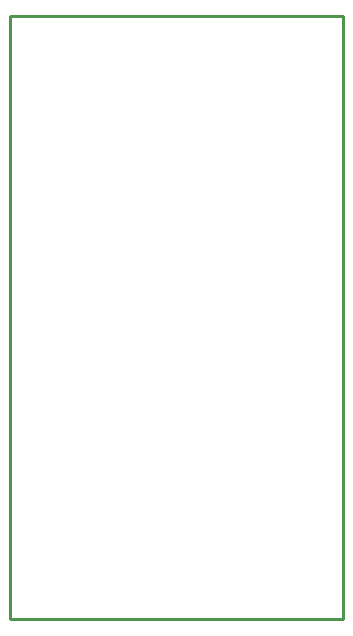
<source format=gko>
G04 start of page 4 for group 2 idx 2 *
G04 Title: (unknown), outline *
G04 Creator: pcb 20140316 *
G04 CreationDate: Mon 16 Nov 2015 01:32:15 PM GMT UTC *
G04 For: fosse *
G04 Format: Gerber/RS-274X *
G04 PCB-Dimensions (mil): 1600.00 3000.00 *
G04 PCB-Coordinate-Origin: lower left *
%MOIN*%
%FSLAX25Y25*%
%LNOUTLINE*%
%ADD28C,0.0100*%
G54D28*X34500Y285500D02*X145500D01*
Y84500D01*
X34500D01*
Y285500D01*
M02*

</source>
